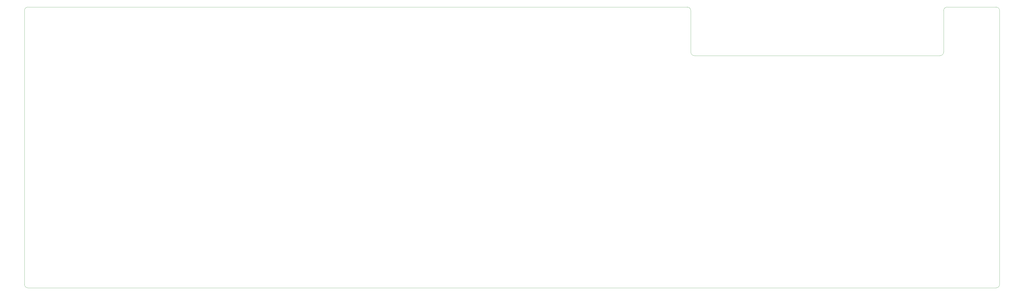
<source format=gbr>
%TF.GenerationSoftware,KiCad,Pcbnew,8.0.8*%
%TF.CreationDate,2025-02-23T09:58:19+01:00*%
%TF.ProjectId,fullsized keybored 3v3,66756c6c-7369-47a6-9564-206b6579626f,rev?*%
%TF.SameCoordinates,Original*%
%TF.FileFunction,Profile,NP*%
%FSLAX46Y46*%
G04 Gerber Fmt 4.6, Leading zero omitted, Abs format (unit mm)*
G04 Created by KiCad (PCBNEW 8.0.8) date 2025-02-23 09:58:19*
%MOMM*%
%LPD*%
G01*
G04 APERTURE LIST*
%TA.AperFunction,Profile*%
%ADD10C,0.050000*%
%TD*%
G04 APERTURE END LIST*
D10*
X18256250Y-162718750D02*
X443706250Y-162718750D01*
X309562450Y-58737550D02*
X309562500Y-40481250D01*
X445293750Y-161131250D02*
X445293750Y-40481250D01*
X422275000Y-38893700D02*
X443706250Y-38893750D01*
X307975000Y-38893750D02*
G75*
G02*
X309562450Y-40481250I-100J-1587550D01*
G01*
X18256250Y-162718750D02*
G75*
G02*
X16668750Y-161131250I0J1587500D01*
G01*
X16668750Y-40481250D02*
G75*
G02*
X18256250Y-38893750I1587500J0D01*
G01*
X445293750Y-161131250D02*
G75*
G02*
X443706250Y-162718750I-1587550J50D01*
G01*
X419100100Y-60325000D02*
X311149950Y-60325050D01*
X420687500Y-40481200D02*
G75*
G02*
X422275000Y-38893700I1587600J-100D01*
G01*
X16668750Y-40481250D02*
X16668750Y-161131250D01*
X307975000Y-38893750D02*
X18256250Y-38893750D01*
X420687500Y-40481200D02*
X420687600Y-58737500D01*
X443706250Y-38893750D02*
G75*
G02*
X445293750Y-40481250I-50J-1587550D01*
G01*
X420687600Y-58737500D02*
G75*
G02*
X419100100Y-60324967I-1587600J133D01*
G01*
X311149950Y-60325050D02*
G75*
G02*
X309562450Y-58737550I50J1587550D01*
G01*
M02*

</source>
